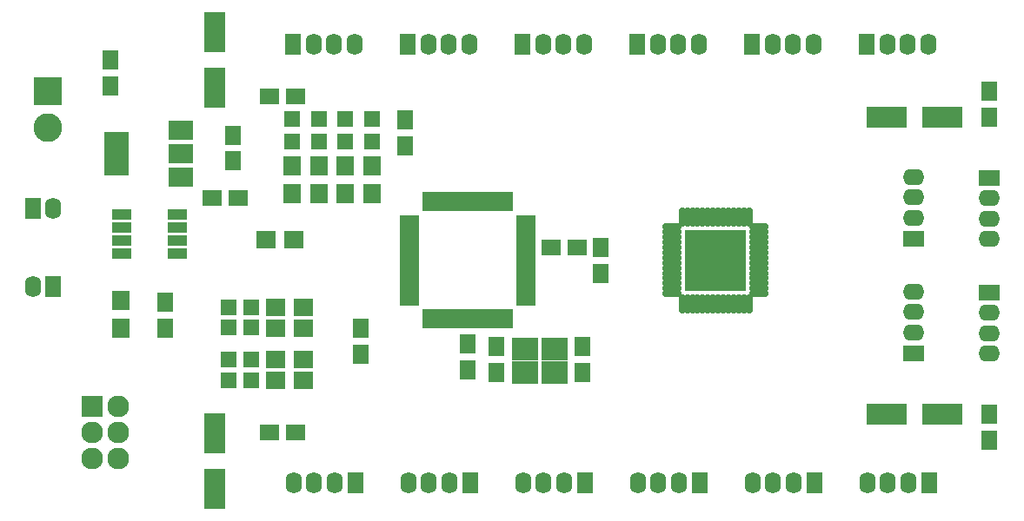
<source format=gbr>
G04 #@! TF.FileFunction,Soldermask,Top*
%FSLAX46Y46*%
G04 Gerber Fmt 4.6, Leading zero omitted, Abs format (unit mm)*
G04 Created by KiCad (PCBNEW 4.0.6) date Sun Jul 30 22:25:41 2017*
%MOMM*%
%LPD*%
G01*
G04 APERTURE LIST*
%ADD10C,0.100000*%
%ADD11R,2.000000X3.900000*%
%ADD12R,1.600000X2.100000*%
%ADD13O,1.600000X2.100000*%
%ADD14R,2.100000X1.600000*%
%ADD15O,2.100000X1.600000*%
%ADD16R,1.900000X0.950000*%
%ADD17R,0.950000X1.900000*%
%ADD18R,1.900000X1.650000*%
%ADD19R,1.650000X1.900000*%
%ADD20R,3.900000X2.000000*%
%ADD21R,1.600000X1.600000*%
%ADD22C,2.800000*%
%ADD23R,2.800000X2.800000*%
%ADD24R,2.127200X2.127200*%
%ADD25O,2.127200X2.127200*%
%ADD26R,2.500000X2.200000*%
%ADD27R,1.900000X1.700000*%
%ADD28R,1.700000X1.900000*%
%ADD29R,2.400000X4.200000*%
%ADD30R,2.400000X1.900000*%
%ADD31R,1.950000X1.000000*%
%ADD32O,1.900000X0.700000*%
%ADD33O,0.700000X1.900000*%
%ADD34R,6.000000X6.000000*%
%ADD35C,0.900000*%
G04 APERTURE END LIST*
D10*
D11*
X90937000Y-57902000D03*
X90937000Y-52502000D03*
D12*
X126951411Y-96451671D03*
D13*
X124951411Y-96451671D03*
X122951411Y-96451671D03*
X120951411Y-96451671D03*
D12*
X160479411Y-96451671D03*
D13*
X158479411Y-96451671D03*
X156479411Y-96451671D03*
X154479411Y-96451671D03*
D14*
X159009000Y-72632000D03*
D15*
X159009000Y-70632000D03*
X159009000Y-68632000D03*
X159009000Y-66632000D03*
D12*
X120909000Y-53728800D03*
D13*
X122909000Y-53728800D03*
X124909000Y-53728800D03*
X126909000Y-53728800D03*
D12*
X109733000Y-53728800D03*
D13*
X111733000Y-53728800D03*
X113733000Y-53728800D03*
X115733000Y-53728800D03*
D12*
X98557000Y-53728800D03*
D13*
X100557000Y-53728800D03*
X102557000Y-53728800D03*
X104557000Y-53728800D03*
D16*
X121275000Y-78760000D03*
X121275000Y-77960000D03*
X121275000Y-77160000D03*
X121275000Y-76360000D03*
X121275000Y-75560000D03*
X121275000Y-74760000D03*
X121275000Y-73960000D03*
X121275000Y-73160000D03*
X121275000Y-72360000D03*
X121275000Y-71560000D03*
X121275000Y-70760000D03*
D17*
X119575000Y-69060000D03*
X118775000Y-69060000D03*
X117975000Y-69060000D03*
X117175000Y-69060000D03*
X116375000Y-69060000D03*
X115575000Y-69060000D03*
X114775000Y-69060000D03*
X113975000Y-69060000D03*
X113175000Y-69060000D03*
X112375000Y-69060000D03*
X111575000Y-69060000D03*
D16*
X109875000Y-70760000D03*
X109875000Y-71560000D03*
X109875000Y-72360000D03*
X109875000Y-73160000D03*
X109875000Y-73960000D03*
X109875000Y-74760000D03*
X109875000Y-75560000D03*
X109875000Y-76360000D03*
X109875000Y-77160000D03*
X109875000Y-77960000D03*
X109875000Y-78760000D03*
D17*
X111575000Y-80460000D03*
X112375000Y-80460000D03*
X113175000Y-80460000D03*
X113975000Y-80460000D03*
X114775000Y-80460000D03*
X115575000Y-80460000D03*
X116375000Y-80460000D03*
X117175000Y-80460000D03*
X117975000Y-80460000D03*
X118775000Y-80460000D03*
X119575000Y-80460000D03*
D18*
X90703000Y-68664000D03*
X93203000Y-68664000D03*
D19*
X105161000Y-81384000D03*
X105161000Y-83884000D03*
X128529000Y-73510000D03*
X128529000Y-76010000D03*
X115575000Y-82908000D03*
X115575000Y-85408000D03*
X109479000Y-61064000D03*
X109479000Y-63564000D03*
D18*
X126223000Y-73490000D03*
X123723000Y-73490000D03*
D19*
X86111000Y-81344000D03*
X86111000Y-78844000D03*
X118369000Y-85682000D03*
X118369000Y-83182000D03*
X126751000Y-83182000D03*
X126751000Y-85682000D03*
X80777000Y-57722000D03*
X80777000Y-55222000D03*
X92715000Y-62568000D03*
X92715000Y-65068000D03*
D18*
X96291000Y-58758000D03*
X98791000Y-58758000D03*
D19*
X166375000Y-60770000D03*
X166375000Y-58270000D03*
X166375000Y-89766000D03*
X166375000Y-92266000D03*
D18*
X96291000Y-91524000D03*
X98791000Y-91524000D03*
D20*
X161803000Y-60790000D03*
X156403000Y-60790000D03*
X161803000Y-89746000D03*
X156403000Y-89746000D03*
D11*
X90937000Y-91618000D03*
X90937000Y-97018000D03*
D21*
X92293000Y-79332000D03*
X94493000Y-79332000D03*
X92293000Y-81322443D03*
X94493000Y-81322443D03*
X92293000Y-84412000D03*
X94493000Y-84412000D03*
X92293000Y-86444000D03*
X94493000Y-86444000D03*
D22*
X74681000Y-61806000D03*
D23*
X74681000Y-58306000D03*
D24*
X78999000Y-88984000D03*
D25*
X81539000Y-88984000D03*
X78999000Y-91524000D03*
X81539000Y-91524000D03*
X78999000Y-94064000D03*
X81539000Y-94064000D03*
D26*
X121163000Y-85682000D03*
X124063000Y-85682000D03*
X124063000Y-83382000D03*
X121163000Y-83382000D03*
D27*
X98637000Y-72728000D03*
X95937000Y-72728000D03*
D28*
X81793000Y-78664000D03*
X81793000Y-81364000D03*
D27*
X96873000Y-79332000D03*
X99573000Y-79332000D03*
X96873000Y-81364000D03*
X99573000Y-81364000D03*
X96873000Y-84412000D03*
X99573000Y-84412000D03*
X96873000Y-86444000D03*
X99573000Y-86444000D03*
D29*
X81335000Y-64360000D03*
D30*
X87635000Y-64360000D03*
X87635000Y-62060000D03*
X87635000Y-66660000D03*
D31*
X87287000Y-74125000D03*
X87287000Y-72855000D03*
X87287000Y-71585000D03*
X87287000Y-70315000D03*
X81887000Y-70315000D03*
X81887000Y-71585000D03*
X81887000Y-72855000D03*
X81887000Y-74125000D03*
D21*
X106251000Y-60946000D03*
X106251000Y-63146000D03*
X103663000Y-60946000D03*
X103663000Y-63146000D03*
X101075000Y-60946000D03*
X101075000Y-63146000D03*
X98487000Y-60946000D03*
X98487000Y-63146000D03*
D28*
X106251000Y-65538000D03*
X106251000Y-68238000D03*
X103663000Y-65538000D03*
X103663000Y-68238000D03*
X101075000Y-65538000D03*
X101075000Y-68238000D03*
X98487000Y-65538000D03*
X98487000Y-68238000D03*
D32*
X143955000Y-78010000D03*
X143955000Y-77510000D03*
X143955000Y-77010000D03*
X143955000Y-76510000D03*
X143955000Y-76010000D03*
X143955000Y-75510000D03*
X143955000Y-75010000D03*
X143955000Y-74510000D03*
X143955000Y-74010000D03*
X143955000Y-73510000D03*
X143955000Y-73010000D03*
X143955000Y-72510000D03*
X143955000Y-72010000D03*
X143955000Y-71510000D03*
D33*
X142955000Y-70510000D03*
X142455000Y-70510000D03*
X141955000Y-70510000D03*
X141455000Y-70510000D03*
X140955000Y-70510000D03*
X140455000Y-70510000D03*
X139955000Y-70510000D03*
X139455000Y-70510000D03*
X138955000Y-70510000D03*
X138455000Y-70510000D03*
X137955000Y-70510000D03*
X137455000Y-70510000D03*
X136955000Y-70510000D03*
X136455000Y-70510000D03*
D32*
X135455000Y-71510000D03*
X135455000Y-72010000D03*
X135455000Y-72510000D03*
X135455000Y-73010000D03*
X135455000Y-73510000D03*
X135455000Y-74010000D03*
X135455000Y-74510000D03*
X135455000Y-75010000D03*
X135455000Y-75510000D03*
X135455000Y-76010000D03*
X135455000Y-76510000D03*
X135455000Y-77010000D03*
X135455000Y-77510000D03*
X135455000Y-78010000D03*
D33*
X136455000Y-79010000D03*
X136955000Y-79010000D03*
X137455000Y-79010000D03*
X137955000Y-79010000D03*
X138455000Y-79010000D03*
X138955000Y-79010000D03*
X139455000Y-79010000D03*
X139955000Y-79010000D03*
X140455000Y-79010000D03*
X140955000Y-79010000D03*
X141455000Y-79010000D03*
X141955000Y-79010000D03*
X142455000Y-79010000D03*
X142955000Y-79010000D03*
D34*
X139705000Y-74760000D03*
D35*
X139959000Y-75014000D03*
X139451000Y-75014000D03*
X139451000Y-74506000D03*
X139959000Y-74506000D03*
X140467000Y-74506000D03*
X140467000Y-75014000D03*
X139959000Y-75522000D03*
X139451000Y-75522000D03*
X138943000Y-75522000D03*
X140467000Y-75522000D03*
X138943000Y-75014000D03*
X138943000Y-74506000D03*
X138943000Y-73998000D03*
X139451000Y-73998000D03*
X139959000Y-73998000D03*
X140467000Y-73998000D03*
X138435000Y-75522000D03*
X138435000Y-75014000D03*
X138435000Y-74506000D03*
X138435000Y-73998000D03*
X137927000Y-75522000D03*
X137927000Y-75014000D03*
X137927000Y-74506000D03*
X137927000Y-73998000D03*
X140975000Y-75522000D03*
X141483000Y-75522000D03*
X141483000Y-75014000D03*
X140975000Y-75014000D03*
X140975000Y-74506000D03*
X141483000Y-74506000D03*
X140975000Y-73998000D03*
X141483000Y-73998000D03*
X138943000Y-76030000D03*
X138943000Y-76538000D03*
X138435000Y-76538000D03*
X138435000Y-76030000D03*
X137927000Y-76538000D03*
X137927000Y-76030000D03*
X140975000Y-76030000D03*
X140467000Y-76030000D03*
X139451000Y-76030000D03*
X139959000Y-76030000D03*
X139959000Y-76538000D03*
X140467000Y-76538000D03*
X139451000Y-76538000D03*
X138943000Y-72982000D03*
X138943000Y-73490000D03*
X138435000Y-73490000D03*
X138435000Y-72982000D03*
X137927000Y-73490000D03*
X137927000Y-72982000D03*
X141483000Y-73490000D03*
X140975000Y-72982000D03*
X140467000Y-72982000D03*
X141483000Y-72982000D03*
X139451000Y-72982000D03*
X139959000Y-72982000D03*
X139959000Y-73490000D03*
X140975000Y-73490000D03*
X140467000Y-73490000D03*
X139451000Y-73490000D03*
D12*
X115775411Y-96451671D03*
D13*
X113775411Y-96451671D03*
X111775411Y-96451671D03*
X109775411Y-96451671D03*
D12*
X138127411Y-96451671D03*
D13*
X136127411Y-96451671D03*
X134127411Y-96451671D03*
X132127411Y-96451671D03*
D12*
X149303411Y-96451671D03*
D13*
X147303411Y-96451671D03*
X145303411Y-96451671D03*
X143303411Y-96451671D03*
D12*
X132085000Y-53728800D03*
D13*
X134085000Y-53728800D03*
X136085000Y-53728800D03*
X138085000Y-53728800D03*
D14*
X166375000Y-77872000D03*
D15*
X166375000Y-79872000D03*
X166375000Y-81872000D03*
X166375000Y-83872000D03*
D12*
X143261000Y-53728800D03*
D13*
X145261000Y-53728800D03*
X147261000Y-53728800D03*
X149261000Y-53728800D03*
D12*
X104599411Y-96451671D03*
D13*
X102599411Y-96451671D03*
X100599411Y-96451671D03*
X98599411Y-96451671D03*
D14*
X166375000Y-66696000D03*
D15*
X166375000Y-68696000D03*
X166375000Y-70696000D03*
X166375000Y-72696000D03*
D14*
X159009000Y-83808000D03*
D15*
X159009000Y-81808000D03*
X159009000Y-79808000D03*
X159009000Y-77808000D03*
D12*
X154437000Y-53728800D03*
D13*
X156437000Y-53728800D03*
X158437000Y-53728800D03*
X160437000Y-53728800D03*
D12*
X73189000Y-69680000D03*
D13*
X75189000Y-69680000D03*
D12*
X75189000Y-77300000D03*
D13*
X73189000Y-77300000D03*
M02*

</source>
